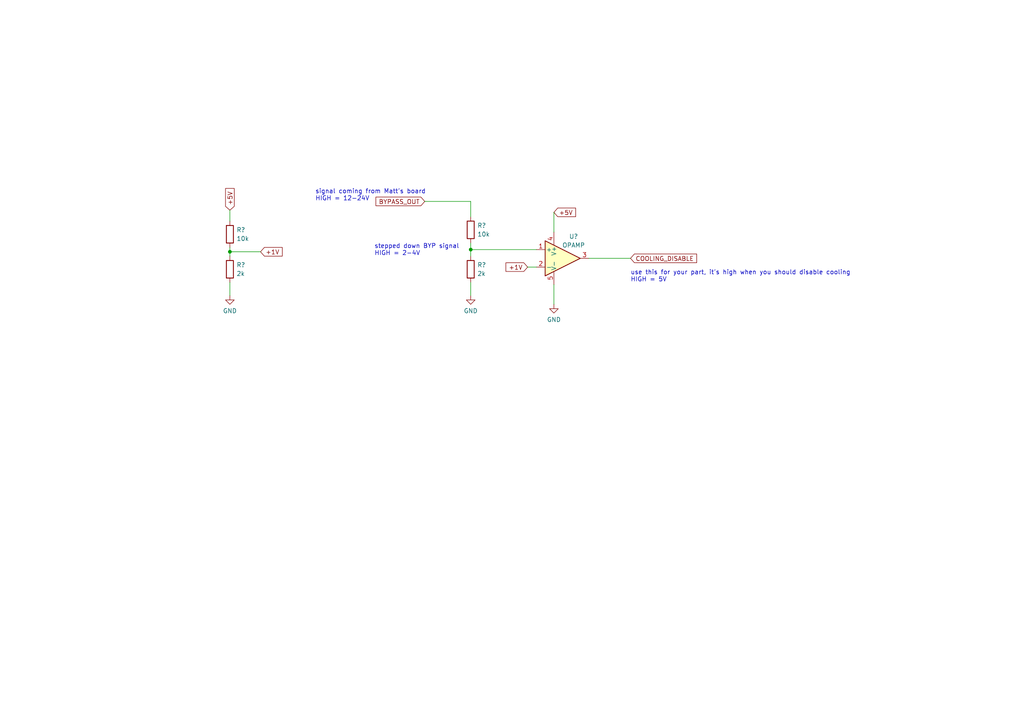
<source format=kicad_sch>
(kicad_sch (version 20211123) (generator eeschema)
  (paper "A4")
  (lib_symbols
    (symbol "Device:R" (pin_numbers hide) (pin_names (offset 0))
      (property "Reference" "R" (at 2.032 0 90))
      (property "Value" "R" (at 0 0 90))
      (symbol "R_0_1"
        (rectangle (start -1.016 -2.54) (end 1.016 2.54) (stroke (width 0.254)))
      )
      (symbol "R_1_1"
        (pin passive line (at 0 3.81 270) (length 1.27) (name "~") (number "1"))
        (pin passive line (at 0 -3.81 90) (length 1.27) (name "~") (number "2"))
      )
    )
    (symbol "power:GND" (power) (pin_names (offset 0))
      (property "Value" "GND" (at 0 -3.81 0))
      (symbol "GND_0_1"
        (polyline (pts (xy 0 0) (xy 0 -1.27) (xy 1.27 -1.27) (xy 0 -2.54) (xy -1.27 -1.27) (xy 0 -1.27)))
      )
      (symbol "GND_1_1"
        (pin power_in line (at 0 0 270) (length 0) hide (name "GND") (number "1"))
      )
    )
    (symbol "pspice:OPAMP" (pin_names (offset 0.254))
      (property "Reference" "U" (at 3.81 3.175 0))
      (property "Value" "OPAMP" (at 3.81 -3.175 0))
      (symbol "OPAMP_0_1"
        (polyline (pts (xy 5.08 0) (xy -5.08 5.08) (xy -5.08 -5.08) (xy 5.08 0)) (stroke (width 0.254)) (fill (type background)))
      )
      (symbol "OPAMP_1_1"
        (pin input line (at -7.62 2.54 0) (length 2.54) (name "+") (number "1"))
        (pin input line (at -7.62 -2.54 0) (length 2.54) (name "-") (number "2"))
        (pin output line (at 7.62 0 180) (length 2.54) (name "~") (number "3"))
        (pin power_in line (at -2.54 7.62 270) (length 3.81) (name "V+") (number "4"))
        (pin power_in line (at -2.54 -7.62 90) (length 3.81) (name "V-") (number "5"))
      )
    )
  )
  (junction (at 136.525 72.39))
  (junction (at 66.675 73.025))
  (wire (pts (xy 66.675 73.025) (xy 75.565 73.025)))
  (wire (pts (xy 170.815 74.93) (xy 182.88 74.93)))
  (wire (pts (xy 160.655 61.595) (xy 160.655 67.31)))
  (wire (pts (xy 66.675 60.96) (xy 66.675 64.135)))
  (wire (pts (xy 66.675 73.025) (xy 66.675 74.295)))
  (wire (pts (xy 66.675 81.915) (xy 66.675 85.725)))
  (wire (pts (xy 66.675 71.755) (xy 66.675 73.025)))
  (wire (pts (xy 136.525 81.915) (xy 136.525 85.725)))
  (wire (pts (xy 136.525 70.485) (xy 136.525 72.39)))
  (wire (pts (xy 160.655 82.55) (xy 160.655 88.265)))
  (wire (pts (xy 136.525 58.42) (xy 136.525 62.865)))
  (wire (pts (xy 155.575 72.39) (xy 136.525 72.39)))
  (wire (pts (xy 123.19 58.42) (xy 136.525 58.42)))
  (wire (pts (xy 136.525 72.39) (xy 136.525 74.295)))
  (wire (pts (xy 153.035 77.47) (xy 155.575 77.47)))
  (text "stepped down BYP signal\nHIGH = 2-4V" (at 108.585 74.295 0) (effects (font (size 1.27 1.27)) (justify left bottom)))
  (text "use this for your part, it's high when you should disable cooling\nHIGH = 5V" (at 182.88 81.915 0) (effects (font (size 1.27 1.27)) (justify left bottom)))
  (text "signal coming from Matt's board\nHIGH = 12-24V" (at 91.44 58.42 0) (effects (font (size 1.27 1.27)) (justify left bottom)))
  (global_label "+5V" (shape input) (at 66.675 60.96 90) (property "Intersheet References" "${INTERSHEET_REFS}" (effects hide)))
  (global_label "BYPASS_OUT" (shape input) (at 123.19 58.42 180) (property "Intersheet References" "${INTERSHEET_REFS}" (effects hide)))
  (global_label "+1V" (shape input) (at 153.035 77.47 180) (property "Intersheet References" "${INTERSHEET_REFS}" (effects hide)))
  (global_label "+1V" (shape input) (at 75.565 73.025 0) (property "Intersheet References" "${INTERSHEET_REFS}" (effects hide)))
  (global_label "COOLING_DISABLE" (shape input) (at 182.88 74.93 0) (property "Intersheet References" "${INTERSHEET_REFS}" (effects hide)))
  (global_label "+5V" (shape input) (at 160.655 61.595 0) (property "Intersheet References" "${INTERSHEET_REFS}" (effects hide)))
  (symbol (lib_id "Device:R") (at 66.675 67.945 0) (unit 1)
    (property "Reference" "R?" (at 68.58 66.6749 0) (effects (justify left)))
    (property "Value" "10k" (at 68.58 69.2149 0) (effects (justify left)))
  )
  (symbol (lib_id "power:GND") (at 136.525 85.725 0) (unit 1)
    (property "Reference" "#PWR0162" (effects hide))
    (property "Value" "GND" (at 136.525 90.17 0))
  )
  (symbol (lib_id "Device:R") (at 136.525 66.675 0) (unit 1)
    (property "Reference" "R?" (at 138.43 65.4049 0) (effects (justify left)))
    (property "Value" "10k" (at 138.43 67.9449 0) (effects (justify left)))
  )
  (symbol (lib_id "Device:R") (at 136.525 78.105 0) (unit 1)
    (property "Reference" "R?" (at 138.43 76.8349 0) (effects (justify left)))
    (property "Value" "2k" (at 138.43 79.3749 0) (effects (justify left)))
  )
  (symbol (lib_id "Device:R") (at 66.675 78.105 0) (unit 1)
    (property "Reference" "R?" (at 68.58 76.8349 0) (effects (justify left)))
    (property "Value" "2k" (at 68.58 79.3749 0) (effects (justify left)))
  )
  (symbol (lib_id "pspice:OPAMP") (at 163.195 74.93 0) (unit 1)
    (property "Reference" "U?" (at 166.37 68.58 0))
    (property "Value" "OPAMP" (at 166.37 71.12 0))
  )
  (symbol (lib_id "power:GND") (at 160.655 88.265 0) (unit 1)
    (property "Reference" "#PWR0163" (effects hide))
    (property "Value" "GND" (at 160.655 92.71 0))
  )
  (symbol (lib_id "power:GND") (at 66.675 85.725 0) (unit 1)
    (property "Reference" "#PWR0161" (effects hide))
    (property "Value" "GND" (at 66.675 90.17 0))
  )
)
</source>
